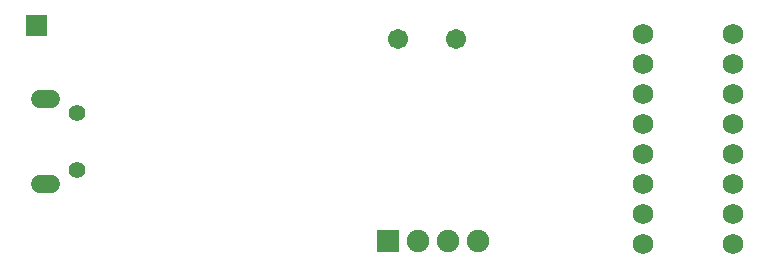
<source format=gbs>
G04 Layer: BottomSolderMaskLayer*
G04 EasyEDA v6.2.38, 2019-08-31T09:11:45+02:00*
G04 e43a48f15e4b4d90815dc594cbdf787c,da1ed6c8b984424aa63d4157573fa6f0,10*
G04 Gerber Generator version 0.2*
G04 Scale: 100 percent, Rotated: No, Reflected: No *
G04 Dimensions in millimeters *
G04 leading zeros omitted , absolute positions ,3 integer and 3 decimal *
%FSLAX33Y33*%
%MOMM*%
G90*
G71D02*

%ADD48C,1.503197*%
%ADD50C,1.727200*%
%ADD55C,1.903197*%
%ADD60C,1.403198*%
%ADD66C,1.703197*%

%LPD*%
G54D48*
G01X2677Y7114D02*
G01X1777Y7114D01*
G01X2677Y14353D02*
G01X1777Y14353D01*
G54D50*
G01X52832Y19812D03*
G01X52832Y17272D03*
G01X52832Y14732D03*
G01X52832Y12192D03*
G01X52832Y9652D03*
G01X52832Y7112D03*
G01X52832Y4572D03*
G01X52832Y2032D03*
G36*
G01X30289Y1333D02*
G01X30289Y3238D01*
G01X32194Y3238D01*
G01X32194Y1333D01*
G01X30289Y1333D01*
G37*
G54D55*
G01X33782Y2286D03*
G01X36322Y2286D03*
G01X38862Y2286D03*
G54D60*
G01X4927Y13144D03*
G01X4927Y8303D03*
G36*
G01X635Y19685D02*
G01X635Y21463D01*
G01X2413Y21463D01*
G01X2413Y19685D01*
G01X635Y19685D01*
G37*
G54D66*
G01X36984Y19367D03*
G01X32108Y19367D03*
G54D50*
G01X60452Y19812D03*
G01X60452Y17272D03*
G01X60452Y14732D03*
G01X60452Y12192D03*
G01X60452Y9652D03*
G01X60452Y7112D03*
G01X60452Y4572D03*
G01X60452Y2032D03*
M00*
M02*

</source>
